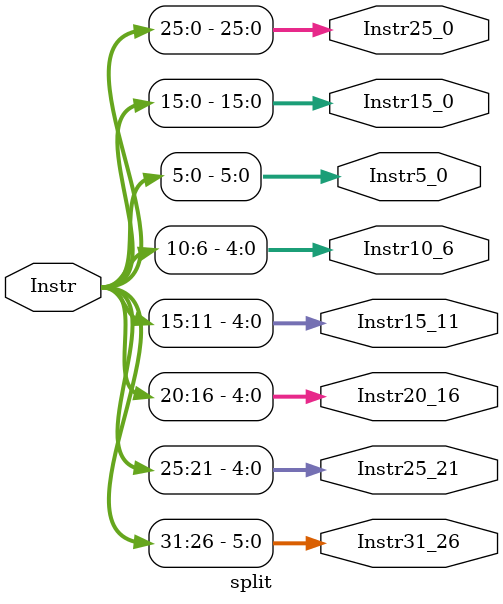
<source format=v>
module split(
    input  [31:0]  Instr,
    output [31:26] Instr31_26,
    output [25:21] Instr25_21,
    output [20:16] Instr20_16,
    output [15:11] Instr15_11,
    output [10:6]  Instr10_6,
    output [5:0]   Instr5_0,
    output [15:0]  Instr15_0,
    output [25:0]  Instr25_0
);
    assign Instr31_26 = Instr[31:26];
    assign Instr25_21 = Instr[25:21];
    assign Instr20_16 = Instr[20:16];
    assign Instr15_11 = Instr[15:11];
    assign Instr10_6  = Instr[10:6];
    assign Instr5_0   = Instr[5:0];
    assign Instr15_0  = Instr[15:0];
    assign Instr25_0  = Instr[25:0];
endmodule
</source>
